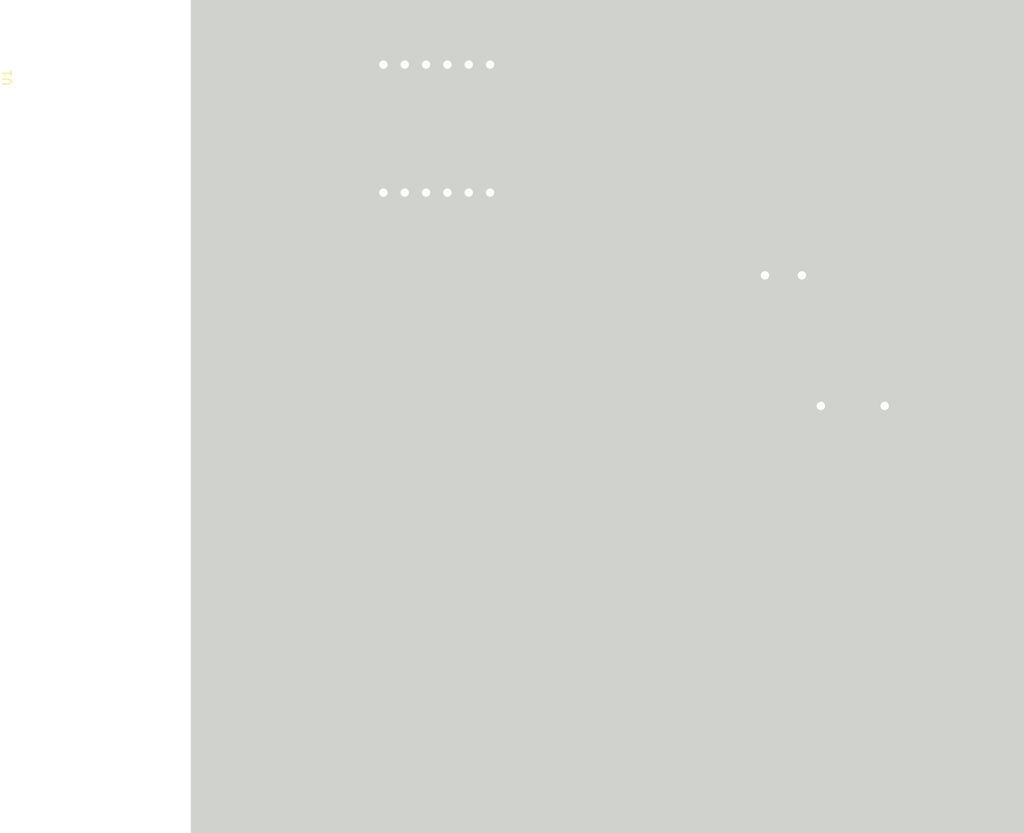
<source format=kicad_pcb>
(kicad_pcb (version 20221018) (generator pcbnew)
  (layers (0 "F.Cu" signal) (31 "B.Cu" signal) (34 "B.Paste" user) (35 "F.Paste" user) (36 "B.SilkS" user "B.Silkscreen") (37 "F.SilkS" user "F.Silkscreen") (38 "B.Mask" user) (39 "F.Mask" user) (44 "Edge.Cuts" user))
  (net 0 "")
  (net 1 "GND")
  (net 2 "Net-(D1-A)")
  (net 3 "Net-(D2-A)")
  (net 4 "Buzzer")
  (net 5 "Button_1")
  (net 6 "Button_2")
  (net 7 "RED_LED")
  (net 8 "GREEN_LED")
  (net 9 "a")
  (net 10 "Net-(U1-a)")
  (net 11 "b")
  (net 12 "Net-(U1-b)")
  (net 13 "c")
  (net 14 "Net-(U1-c)")
  (net 15 "d")
  (net 16 "Net-(U1-d)")
  (net 17 "e")
  (net 18 "Net-(U1-e)")
  (net 19 "f")
  (net 20 "Net-(U1-f)")
  (net 21 "g")
  (net 22 "Net-(U1-g)")
  (net 23 "dp")
  (net 24 "Net-(U1-DPX)")
  (net 27 "+5V")
  (net 28 "Dig4")
  (net 29 "Dig3")
  (net 30 "Dig2")
  (net 31 "Dig1")
  (net 33 "SH_CP")
  (net 34 "ST_CP")
  (net 35 "DS")
  (net 38 "XTAL1")
  (net 39 "Net-(D3-A)")
  (net 40 "Net-(J1-VBUS)")
  (net 45 "Reset")
  (footprint "Resistor_SMD:R_0805_2012Metric" (layer "F.Cu") (at 171.7625 110.04)
    (fp_text reference "R7" (at 0 -1.65) (layer "F.SilkS"))
    (fp_text value "100")
    (fp_line (start -0.227064 -0.735) (end 0.227064 -0.735) (stroke (width 0.12)) (layer "F.SilkS"))
    (fp_line (start -0.227064 0.735) (end 0.227064 0.735) (stroke (width 0.12)) (layer "F.SilkS"))
    (pad "1" smd roundrect (at -0.9125 0) (size 1.025 1.4) (layers "F.Cu" "F.Paste" "F.Mask") (roundrect_rratio 0.243902) (net 13 "c"))
    (pad "2" smd roundrect (at 0.9125 0) (size 1.025 1.4) (layers "F.Cu" "F.Paste" "F.Mask") (roundrect_rratio 0.243902) (net 14 "Net-(U1-c)"))
  )
  (footprint "LED_SMD:LED_0805_2012Metric" (layer "F.Cu") (at 217.5025 67.895)
    (fp_text reference "D3" (at -2.705 -3.27) (layer "F.SilkS"))
    (fp_text value "LED")
    (fp_line (start -1.685 -0.96) (end -1.685 0.96) (stroke (width 0.12)) (layer "F.SilkS"))
    (fp_line (start -1.685 0.96) (end 1 0.96) (stroke (width 0.12)) (layer "F.SilkS"))
    (fp_line (start 1 -0.96) (end -1.685 -0.96) (stroke (width 0.12)) (layer "F.SilkS"))
    (pad "1" smd roundrect (at -0.9375 0) (size 0.975 1.4) (layers "F.Cu" "F.Paste" "F.Mask") (net 1 "GND"))
    (pad "2" smd roundrect (at 0.9375 0) (size 0.975 1.4) (layers "F.Cu" "F.Paste" "F.Mask") (net 39 "Net-(D3-A)"))
  )
  (footprint "Capacitor_SMD:C_0603_1608Metric" (layer "F.Cu") (at 216.675 58.42)
    (fp_text reference "22pF1" (at 0 -1.43) (layer "F.SilkS"))
    (fp_text value "C_Small")
    (fp_line (start -0.14058 -0.51) (end 0.14058 -0.51) (stroke (width 0.12)) (layer "F.SilkS"))
    (fp_line (start -0.14058 0.51) (end 0.14058 0.51) (stroke (width 0.12)) (layer "F.SilkS"))
    (pad "1" smd roundrect (at -0.775 0) (size 0.9 0.95) (layers "F.Cu" "F.Paste" "F.Mask") (net 38 "XTAL1"))
    (pad "2" smd roundrect (at 0.775 0) (size 0.9 0.95) (layers "F.Cu" "F.Paste" "F.Mask") (net 1 "GND"))
  )
  (footprint "Resistor_SMD:R_0805_2012Metric" (layer "F.Cu") (at 176.1725 101.19)
    (fp_text reference "R9" (at 0 -1.65) (layer "F.SilkS"))
    (fp_text value "100")
    (fp_line (start -0.227064 -0.735) (end 0.227064 -0.735) (stroke (width 0.12)) (layer "F.SilkS"))
    (fp_line (start -0.227064 0.735) (end 0.227064 0.735) (stroke (width 0.12)) (layer "F.SilkS"))
    (pad "1" smd roundrect (at -0.9125 0) (size 1.025 1.4) (layers "F.Cu" "F.Paste" "F.Mask") (roundrect_rratio 0.243902) (net 17 "e"))
    (pad "2" smd roundrect (at 0.9125 0) (size 1.025 1.4) (layers "F.Cu" "F.Paste" "F.Mask") (roundrect_rratio 0.243902) (net 18 "Net-(U1-e)"))
  )
  (footprint "Display_7Segment:CA56-12EWA" (layer "F.Cu") (at 154.94 76.2 90)
    (fp_text reference "U1" (at 13.69 -44.8 90) (layer "F.SilkS"))
    (fp_text value "CA56-12EWA")
    (fp_line (start -2.38 -1) (end -2.38 1) (stroke (width 0.12)) (layer "F.SilkS"))
    (fp_line (start -2 -18.92) (end -2 31.62) (stroke (width 0.12)) (layer "F.SilkS"))
    (fp_line (start -2 -18.92) (end 17.24 -18.92) (stroke (width 0.12)) (layer "F.SilkS"))
    (fp_line (start -2 31.62) (end 17.24 31.62) (stroke (width 0.12)) (layer "F.SilkS"))
    (fp_line (start 17.24 31.62) (end 17.24 -18.92) (stroke (width 0.12)) (layer "F.SilkS"))
    (pad "1" thru_hole rect (at 0 0 90) (size 1.5 1.5) (drill 1) (layers "*.Cu" "*.Mask") (net 18 "Net-(U1-e)"))
    (pad "2" thru_hole circle (at 0 2.54 90) (size 1.5 1.5) (drill 1) (layers "*.Cu" "*.Mask") (net 16 "Net-(U1-d)"))
    (pad "3" thru_hole circle (at 0 5.08 90) (size 1.5 1.5) (drill 1) (layers "*.Cu" "*.Mask") (net 24 "Net-(U1-DPX)"))
    (pad "4" thru_hole circle (at 0 7.62 90) (size 1.5 1.5) (drill 1) (layers "*.Cu" "*.Mask") (net 14 "Net-(U1-c)"))
    (pad "5" thru_hole circle (at 0 10.16 90) (size 1.5 1.5) (drill 1) (layers "*.Cu" "*.Mask") (net 22 "Net-(U1-g)"))
    (pad "6" thru_hole circle (at 0 12.7 90) (size 1.5 1.5) (drill 1) (layers "*.Cu" "*.Mask") (net 28 "Dig4"))
    (pad "7" thru_hole circle (at 15.24 12.7 90) (size 1.5 1.5) (drill 1) (layers "*.Cu" "*.Mask") (net 12 "Net-(U1-b)"))
    (pad "8" thru_hole circle (at 15.24 10.16 90) (size 1.5 1.5) (drill 1) (layers "*.Cu" "*.Mask") (net 29 "Dig3"))
    (pad "9" thru_hole circle (at 15.24 7.62 90) (size 1.5 1.5) (drill 1) (layers "*.Cu" "*.Mask") (net 30 "Dig2"))
    (pad "10" thru_hole circle (at 15.24 5.08 90) (size 1.5 1.5) (drill 1) (layers "*.Cu" "*.Mask") (net 20 "Net-(U1-f)"))
    (pad "11" thru_hole circle (at 15.24 2.54 90) (size 1.5 1.5) (drill 1) (layers "*.Cu" "*.Mask") (net 10 "Net-(U1-a)"))
    (pad "12" thru_hole circle (at 15.24 0 90) (size 1.5 1.5) (drill 1) (layers "*.Cu" "*.Mask") (net 31 "Dig1"))
  )
  (footprint "Resistor_SMD:R_0603_1608Metric" (layer "F.Cu") (at 171.5625 112.77)
    (fp_text reference "R1" (at 0 -1.43) (layer "F.SilkS"))
    (fp_text value "10k")
    (fp_line (start -0.237258 -0.5225) (end 0.237258 -0.5225) (stroke (width 0.12)) (layer "F.SilkS"))
    (fp_line (start -0.237258 0.5225) (end 0.237258 0.5225) (stroke (width 0.12)) (layer "F.SilkS"))
    (pad "1" smd roundrect (at -0.825 0) (size 0.8 0.95) (layers "F.Cu" "F.Paste" "F.Mask") (net 5 "Button_1"))
    (pad "2" smd roundrect (at 0.825 0) (size 0.8 0.95) (layers "F.Cu" "F.Paste" "F.Mask") (net 1 "GND"))
  )
  (footprint "LED_SMD:LED_0805_2012Metric" (layer "F.Cu") (at 189.5625 102.1)
    (fp_text reference "D2" (at 0 -1.65) (layer "F.SilkS"))
    (fp_text value "LED")
    (fp_line (start -1.685 -0.96) (end -1.685 0.96) (stroke (width 0.12)) (layer "F.SilkS"))
    (fp_line (start -1.685 0.96) (end 1 0.96) (stroke (width 0.12)) (layer "F.SilkS"))
    (fp_line (start 1 -0.96) (end -1.685 -0.96) (stroke (width 0.12)) (layer "F.SilkS"))
    (pad "1" smd roundrect (at -0.9375 0) (size 0.975 1.4) (layers "F.Cu" "F.Paste" "F.Mask") (net 1 "GND"))
    (pad "2" smd roundrect (at 0.9375 0) (size 0.975 1.4) (layers "F.Cu" "F.Paste" "F.Mask") (net 3 "Net-(D2-A)"))
  )
  (footprint "Connector_USB:USB_Mini-B_Lumberg_2486_01_Horizontal" (layer "F.Cu") (at 202.57 86.05)
    (fp_text reference "J1" (at 0 -5) (layer "F.SilkS"))
    (fp_text value "USB_B_Mini")
    (fp_line (start -3.91 1.74) (end -3.91 -1.49) (stroke (width 0.12)) (layer "F.SilkS"))
    (fp_line (start -3.91 5.91) (end -3.91 3.96) (stroke (width 0.12)) (layer "F.SilkS"))
    (fp_line (start -3.19 -3.41) (end -2.11 -3.41) (stroke (width 0.12)) (layer "F.SilkS"))
    (fp_line (start -2.11 -3.41) (end -2.11 -3.84) (stroke (width 0.12)) (layer "F.SilkS"))
    (fp_line (start 2.11 -3.41) (end 3.19 -3.41) (stroke (width 0.12)) (layer "F.SilkS"))
    (fp_line (start 3.91 1.74) (end 3.91 -1.49) (stroke (width 0.12)) (layer "F.SilkS"))
    (fp_line (start 3.91 5.91) (end -3.91 5.91) (stroke (width 0.12)) (layer "F.SilkS"))
    (fp_line (start 3.91 5.91) (end 3.91 3.96) (stroke (width 0.12)) (layer "F.SilkS"))
    (pad "" np_thru_hole circle (at -2.2 0) (size 1 1) (drill 1) (layers "*.Cu" "*.Mask"))
    (pad "" np_thru_hole circle (at 2.2 0) (size 1 1) (drill 1) (layers "*.Cu" "*.Mask"))
    (pad "1" smd rect (at -1.6 -2.7) (size 0.5 2) (layers "F.Cu" "F.Paste" "F.Mask") (net 40 "Net-(J1-VBUS)"))
    (pad "2" smd rect (at -0.8 -2.7) (size 0.5 2) (layers "F.Cu" "F.Paste" "F.Mask"))
    (pad "3" smd rect (at 0 -2.7) (size 0.5 2) (layers "F.Cu" "F.Paste" "F.Mask"))
    (pad "4" smd rect (at 0.8 -2.7) (size 0.5 2) (layers "F.Cu" "F.Paste" "F.Mask"))
    (pad "5" smd rect (at 1.6 -2.7) (size 0.5 2) (layers "F.Cu" "F.Paste" "F.Mask") (net 1 "GND"))
    (pad "6" smd rect (at -4.45 -2.6) (size 2 1.7) (layers "F.Cu" "F.Paste" "F.Mask"))
    (pad "6" smd rect (at -4.45 2.85) (size 2 1.7) (layers "F.Cu" "F.Paste" "F.Mask"))
    (pad "6" smd rect (at 4.45 -2.6) (size 2 1.7) (layers "F.Cu" "F.Paste" "F.Mask"))
    (pad "6" smd rect (at 4.45 2.85) (size 2 1.7) (layers "F.Cu" "F.Paste" "F.Mask"))
  )
  (footprint "Package_SO:TSSOP-16-1EP_4.4x5mm_P0.65mm" (layer "F.Cu") (at 186.155 87.5575)
    (fp_text reference "U2" (at 0 -3.55) (layer "F.SilkS"))
    (fp_text value "74HC595")
    (fp_line (start -3.375 -2.825) (end 2.25 -2.825) (stroke (width 0.15)) (layer "F.SilkS"))
    (fp_line (start -2.25 2.725) (end 2.25 2.725) (stroke (width 0.15)) (layer "F.SilkS"))
    (pad "1" smd rect (at -2.775 -2.275) (size 1.05 0.45) (layers "F.Cu" "F.Paste" "F.Mask") (net 11 "b"))
    (pad "2" smd rect (at -2.775 -1.625) (size 1.05 0.45) (layers "F.Cu" "F.Paste" "F.Mask") (net 13 "c"))
    (pad "3" smd rect (at -2.775 -0.975) (size 1.05 0.45) (layers "F.Cu" "F.Paste" "F.Mask") (net 15 "d"))
    (pad "4" smd rect (at -2.775 -0.325) (size 1.05 0.45) (layers "F.Cu" "F.Paste" "F.Mask") (net 17 "e"))
    (pad "5" smd rect (at -2.775 0.325) (size 1.05 0.45) (layers "F.Cu" "F.Paste" "F.Mask") (net 19 "f"))
    (pad "6" smd rect (at -2.775 0.975) (size 1.05 0.45) (layers "F.Cu" "F.Paste" "F.Mask") (net 21 "g"))
    (pad "7" smd rect (at -2.775 1.625) (size 1.05 0.45) (layers "F.Cu" "F.Paste" "F.Mask") (net 23 "dp"))
    (pad "8" smd rect (at -2.775 2.275) (size 1.05 0.45) (layers "F.Cu" "F.Paste" "F.Mask") (net 1 "GND"))
    (pad "9" smd rect (at 2.775 2.275) (size 1.05 0.45) (layers "F.Cu" "F.Paste" "F.Mask"))
    (pad "10" smd rect (at 2.775 1.625) (size 1.05 0.45) (layers "F.Cu" "F.Paste" "F.Mask") (net 27 "+5V"))
    (pad "11" smd rect (at 2.775 0.975) (size 1.05 0.45) (layers "F.Cu" "F.Paste" "F.Mask") (net 33 "SH_CP"))
    (pad "12" smd rect (at 2.775 0.325) (size 1.05 0.45) (layers "F.Cu" "F.Paste" "F.Mask") (net 34 "ST_CP"))
    (pad "13" smd rect (at 2.775 -0.325) (size 1.05 0.45) (layers "F.Cu" "F.Paste" "F.Mask") (net 1 "GND"))
    (pad "14" smd rect (at 2.775 -0.975) (size 1.05 0.45) (layers "F.Cu" "F.Paste" "F.Mask") (net 35 "DS"))
    (pad "15" smd rect (at 2.775 -1.625) (size 1.05 0.45) (layers "F.Cu" "F.Paste" "F.Mask") (net 9 "a"))
    (pad "16" smd rect (at 2.775 -2.275) (size 1.05 0.45) (layers "F.Cu" "F.Paste" "F.Mask") (net 27 "+5V"))
    (pad "17" smd rect (at -0.735 -1.3425) (size 1.47 0.895) (layers "F.Cu" "F.Paste" "F.Mask"))
    (pad "17" smd rect (at -0.735 -0.4475) (size 1.47 0.895) (layers "F.Cu" "F.Paste" "F.Mask"))
    (pad "17" smd rect (at -0.735 0.4475) (size 1.47 0.895) (layers "F.Cu" "F.Paste" "F.Mask"))
    (pad "17" smd rect (at -0.735 1.3425) (size 1.47 0.895) (layers "F.Cu" "F.Paste" "F.Mask"))
    (pad "17" smd rect (at 0.735 -1.3425) (size 1.47 0.895) (layers "F.Cu" "F.Paste" "F.Mask"))
    (pad "17" smd rect (at 0.735 -0.4475) (size 1.47 0.895) (layers "F.Cu" "F.Paste" "F.Mask"))
    (pad "17" smd rect (at 0.735 0.4475) (size 1.47 0.895) (layers "F.Cu" "F.Paste" "F.Mask"))
    (pad "17" smd rect (at 0.735 1.3425) (size 1.47 0.895) (layers "F.Cu" "F.Paste" "F.Mask"))
  )
  (footprint "Resistor_SMD:R_0805_2012Metric" (layer "F.Cu") (at 171.7625 104.14)
    (fp_text reference "R5" (at 0 -0.735) (layer "F.SilkS"))
    (fp_text value "100")
    (fp_line (start -0.227064 -0.735) (end 0.227064 -0.735) (stroke (width 0.12)) (layer "F.SilkS"))
    (fp_line (start -0.227064 0.735) (end 0.227064 0.735) (stroke (width 0.12)) (layer "F.SilkS"))
    (pad "1" smd roundrect (at -0.9125 0) (size 1.025 1.4) (layers "F.Cu" "F.Paste" "F.Mask") (roundrect_rratio 0.243902) (net 9 "a"))
    (pad "2" smd roundrect (at 0.9125 0) (size 1.025 1.4) (layers "F.Cu" "F.Paste" "F.Mask") (roundrect_rratio 0.243902) (net 10 "Net-(U1-a)"))
  )
  (footprint "Resistor_SMD:R_0805_2012Metric" (layer "F.Cu") (at 216.8125 73.66)
    (fp_text reference "R14" (at 0 -1.65) (layer "F.SilkS"))
    (fp_text value "330")
    (fp_line (start -0.227064 -0.735) (end 0.227064 -0.735) (stroke (width 0.12)) (layer "F.SilkS"))
    (fp_line (start -0.227064 0.735) (end 0.227064 0.735) (stroke (width 0.12)) (layer "F.SilkS"))
    (pad "1" smd roundrect (at -0.9125 0) (size 1.025 1.4) (layers "F.Cu" "F.Paste" "F.Mask") (roundrect_rratio 0.243902) (net 27 "+5V"))
    (pad "2" smd roundrect (at 0.9125 0) (size 1.025 1.4) (layers "F.Cu" "F.Paste" "F.Mask") (roundrect_rratio 0.243902) (net 39 "Net-(D3-A)"))
  )
  (footprint "PTS125_SMD_Button:PTS125_SMD_Button" (layer "F.Cu") (at 144.78 114.16)
    (fp_text reference "S2" (at 0 0) (layer "F.SilkS") (effects (font (size 1.27 1.27) (thickness 0.254))))
    (fp_text value "PTS125SM43SMTR21M_LFS" hide)
    (fp_line (start -8.6 -2.6) (end -8.6 -2.6) (stroke (width 0.1)) (layer "F.SilkS"))
    (fp_line (start -8.6 -2.5) (end -8.6 -2.5) (stroke (width 0.1)) (layer "F.SilkS"))
    (fp_line (start -6 -6) (end 6 -6) (stroke (width 0.2)) (layer "F.SilkS"))
    (fp_line (start -6 -3.6) (end -6 -6) (stroke (width 0.2)) (layer "F.SilkS"))
    (fp_line (start -6 -3.6) (end -6 -3.6) (stroke (width 0.2)) (layer "F.SilkS"))
    (fp_line (start -6 -1.4) (end -6 1.4) (stroke (width 0.2)) (layer "F.SilkS"))
    (fp_line (start -6 3.6) (end -6 6) (stroke (width 0.2)) (layer "F.SilkS"))
    (fp_line (start -6 6) (end 6 6) (stroke (width 0.2)) (layer "F.SilkS"))
    (fp_line (start 6 -6) (end 6 -3.6) (stroke (width 0.2)) (layer "F.SilkS"))
    (fp_line (start 6 -1.4) (end 6 1.4) (stroke (width 0.2)) (layer "F.SilkS"))
    (fp_line (start 6 6) (end 6 3.6) (stroke (width 0.2)) (layer "F.SilkS"))
    (fp_arc (start -8.6 -2.6) (mid -8.55 -2.55) (end -8.6 -2.5) (stroke (width 0.1)) (layer "F.SilkS"))
    (fp_arc (start -8.6 -2.5) (mid -8.65 -2.55) (end -8.6 -2.6) (stroke (width 0.1)) (layer "F.SilkS"))
    (pad "A1" smd rect (at -7.15 -2.5 90) (size 1.5 2) (layers "F.Cu" "F.Paste" "F.Mask"))
    (pad "B1" smd rect (at 7.15 -2.5 90) (size 1.5 2) (layers "F.Cu" "F.Paste" "F.Mask"))
    (pad "C1" smd rect (at -7.15 2.5 90) (size 1.5 2) (layers "F.Cu" "F.Paste" "F.Mask") (net 27 "+5V"))
    (pad "D1" smd rect (at 7.15 2.5 90) (size 1.5 2) (layers "F.Cu" "F.Paste" "F.Mask") (net 6 "Button_2"))
  )
  (footprint "Resistor_SMD:R_0805_2012Metric" (layer "F.Cu") (at 176.1725 104.14)
    (fp_text reference "R10" (at 0.227064 -0.735) (layer "F.SilkS"))
    (fp_text value "100")
    (fp_line (start -0.227064 -0.735) (end 0.227064 -0.735) (stroke (width 0.12)) (layer "F.SilkS"))
    (fp_line (start -0.227064 0.735) (end 0.227064 0.735) (stroke (width 0.12)) (layer "F.SilkS"))
    (pad "1" smd roundrect (at -0.9125 0) (size 1.025 1.4) (layers "F.Cu" "F.Paste" "F.Mask") (roundrect_rratio 0.243902) (net 19 "f"))
    (pad "2" smd roundrect (at 0.9125 0) (size 1.025 1.4) (layers "F.Cu" "F.Paste" "F.Mask") (roundrect_rratio 0.243902) (net 20 "Net-(U1-f)"))
  )
  (footprint "Buzzer_Beeper:Buzzer_12x9.5RM7.6" (layer "F.Cu") (at 207.02 101.6)
    (fp_text reference "LS1" hide)
    (fp_text value "Speaker" hide)
    (fp_text user "+" (at -0.01 -2.54) (layer "F.SilkS"))
    (fp_circle (center 3.8 0) (end 9.9 0) (stroke (width 0.12)) (fill none) (layer "F.SilkS"))
    (pad "1" thru_hole rect (at 0 0) (size 2 2) (drill 1) (layers "*.Cu" "*.Mask") (net 4 "Buzzer"))
    (pad "2" thru_hole circle (at 7.6 0) (size 2 2) (drill 1) (layers "*.Cu" "*.Mask") (net 1 "GND"))
  )
  (footprint "Resistor_SMD:R_0805_2012Metric" (layer "F.Cu") (at 176.1725 98.24)
    (fp_text reference "R8" (at 0 -1.65) (layer "F.SilkS"))
    (fp_text value "100")
    (fp_line (start -0.227064 -0.735) (end 0.227064 -0.735) (stroke (width 0.12)) (layer "F.SilkS"))
    (fp_line (start -0.227064 0.735) (end 0.227064 0.735) (stroke (width 0.12)) (layer "F.SilkS"))
    (pad "1" smd roundrect (at -0.9125 0) (size 1.025 1.4) (layers "F.Cu" "F.Paste" "F.Mask") (roundrect_rratio 0.243902) (net 15 "d"))
    (pad "2" smd roundrect (at 0.9125 0) (size 1.025 1.4) (layers "F.Cu" "F.Paste" "F.Mask") (roundrect_rratio 0.243902) (net 16 "Net-(U1-d)"))
  )
  (footprint "PTS125_SMD_Button:PTS125_SMD_Button" (layer "F.Cu") (at 144.78 99.06)
    (fp_text reference "S1" (at 0 0) (layer "F.SilkS") (effects (font (size 1.27 1.27) (thickness 0.254))))
    (fp_text value "PTS125SM43SMTR21M_LFS" hide)
    (fp_line (start -8.6 -2.6) (end -8.6 -2.6) (stroke (width 0.1)) (layer "F.SilkS"))
    (fp_line (start -8.6 -2.5) (end -8.6 -2.5) (stroke (width 0.1)) (layer "F.SilkS"))
    (fp_line (start -6 -6) (end 6 -6) (stroke (width 0.2)) (layer "F.SilkS"))
    (fp_line (start -6 -3.6) (end -6 -6) (stroke (width 0.2)) (layer "F.SilkS"))
    (fp_line (start -6 -3.6) (end -6 -3.6) (stroke (width 0.2)) (layer "F.SilkS"))
    (fp_line (start -6 -1.4) (end -6 1.4) (stroke (width 0.2)) (layer "F.SilkS"))
    (fp_line (start -6 3.6) (end -6 6) (stroke (width 0.2)) (layer "F.SilkS"))
    (fp_line (start -6 6) (end 6 6) (stroke (width 0.2)) (layer "F.SilkS"))
    (fp_line (start 6 -6) (end 6 -3.6) (stroke (width 0.2)) (layer "F.SilkS"))
    (fp_line (start 6 -1.4) (end 6 1.4) (stroke (width 0.2)) (layer "F.SilkS"))
    (fp_line (start 6 6) (end 6 3.6) (stroke (width 0.2)) (layer "F.SilkS"))
    (fp_arc (start -8.6 -2.6) (mid -8.55 -2.55) (end -8.6 -2.5) (stroke (width 0.1)) (layer "F.SilkS"))
    (fp_arc (start -8.6 -2.5) (mid -8.65 -2.55) (end -8.6 -2.6) (stroke (width 0.1)) (layer "F.SilkS"))
    (pad "A1" smd rect (at -7.15 -2.5 90) (size 1.5 2) (layers "F.Cu" "F.Paste" "F.Mask"))
    (pad "B1" smd rect (at 7.15 -2.5 90) (size 1.5 2) (layers "F.Cu" "F.Paste" "F.Mask"))
    (pad "C1" smd rect (at -7.15 2.5 90) (size 1.5 2) (layers "F.Cu" "F.Paste" "F.Mask") (net 27 "+5V"))
    (pad "D1" smd rect (at 7.15 2.5 90) (size 1.5 2) (layers "F.Cu" "F.Paste" "F.Mask") (net 5 "Button_1"))
  )
  (footprint "Resistor_SMD:R_0805_2012Metric" (layer "F.Cu") (at 176.1725 107.09)
    (fp_text reference "R11" (at 0 -1.65) (layer "F.SilkS"))
    (fp_text value "100")
    (fp_line (start -0.227064 -0.735) (end 0.227064 -0.735) (stroke (width 0.12)) (layer "F.SilkS"))
    (fp_line (start -0.227064 0.735) (end 0.227064 0.735) (stroke (width 0.12)) (layer "F.SilkS"))
    (pad "1" smd roundrect (at -0.9125 0) (size 1.025 1.4) (layers "F.Cu" "F.Paste" "F.Mask") (roundrect_rratio 0.243902) (net 21 "g"))
    (pad "2" smd roundrect (at 0.9125 0) (size 1.025 1.4) (layers "F.Cu" "F.Paste" "F.Mask") (roundrect_rratio 0.243902) (net 22 "Net-(U1-g)"))
  )
  (footprint "Resistor_SMD:R_0805_2012Metric" (layer "F.Cu") (at 171.7625 98.24)
    (fp_text reference "R3" (at 0 -1.65) (layer "F.SilkS"))
    (fp_text value "330")
    (fp_line (start -0.227064 -0.735) (end 0.227064 -0.735) (stroke (width 0.12)) (layer "F.SilkS"))
    (fp_line (start -0.227064 0.735) (end 0.227064 0.735) (stroke (width 0.12)) (layer "F.SilkS"))
    (pad "1" smd roundrect (at -0.9125 0) (size 1.025 1.4) (layers "F.Cu" "F.Paste" "F.Mask") (roundrect_rratio 0.243902) (net 7 "RED_LED"))
    (pad "2" smd roundrect (at 0.9125 0) (size 1.025 1.4) (layers "F.Cu" "F.Paste" "F.Mask") (roundrect_rratio 0.243902) (net 2 "Net-(D1-A)"))
  )
  (footprint "Resistor_SMD:R_0805_2012Metric" (layer "F.Cu") (at 171.7625 101.19)
    (fp_text reference "R4" (at 0 -1.65) (layer "F.SilkS"))
    (fp_text value "330")
    (fp_line (start -0.227064 -0.735) (end 0.227064 -0.735) (stroke (width 0.12)) (layer "F.SilkS"))
    (fp_line (start -0.227064 0.735) (end 0.227064 0.735) (stroke (width 0.12)) (layer "F.SilkS"))
    (pad "1" smd roundrect (at -0.9125 0) (size 1.025 1.4) (layers "F.Cu" "F.Paste" "F.Mask") (roundrect_rratio 0.243902) (net 8 "GREEN_LED"))
    (pad "2" smd roundrect (at 0.9125 0) (size 1.025 1.4) (layers "F.Cu" "F.Paste" "F.Mask") (roundrect_rratio 0.243902) (net 3 "Net-(D2-A)"))
  )
  (footprint "Fuse:Fuse_1812_4532Metric" (layer "F.Cu") (at 219.4 78.28)
    (fp_text reference "F1" (at 0 -2.65) (layer "F.SilkS"))
    (fp_text value "Polyfuse")
    (fp_line (start -1.386252 -1.71) (end 1.386252 -1.71) (stroke (width 0.12)) (layer "F.SilkS"))
    (fp_line (start -1.386252 1.71) (end 1.386252 1.71) (stroke (width 0.12)) (layer "F.SilkS"))
    (pad "1" smd roundrect (at -2.1375 0) (size 1.125 3.4) (layers "F.Cu" "F.Paste" "F.Mask") (roundrect_rratio 0.222222) (net 40 "Net-(J1-VBUS)"))
    (pad "2" smd roundrect (at 2.1375 0) (size 1.125 3.4) (layers "F.Cu" "F.Paste" "F.Mask") (roundrect_rratio 0.222222) (net 27 "+5V"))
  )
  (footprint "Crystal:Crystal_SMD_Abracon_ABM8AIG-4Pin_3.2x2.5mm" (layer "F.Cu") (at 223.52 88.9)
    (fp_text reference "Y1" (at 0 -2.45) (layer "F.SilkS"))
    (fp_text value "Crystal_GND24")
    (fp_line (start -2 -1.65) (end -2 1.65) (stroke (width 0.12)) (layer "F.SilkS"))
    (fp_line (start -2 1.65) (end 2 1.65) (stroke (width 0.12)) (layer "F.SilkS"))
    (pad "1" smd rect (at -1.1 0.8) (size 1.4 1.2) (layers "F.Cu" "F.Paste" "F.Mask"))
    (pad "2" smd rect (at 1.1 0.8) (size 1.4 1.2) (layers "F.Cu" "F.Paste" "F.Mask"))
    (pad "3" smd rect (at 1.1 -0.8) (size 1.4 1.2) (layers "F.Cu" "F.Paste" "F.Mask") (net 38 "XTAL1"))
    (pad "4" smd rect (at -1.1 -0.8) (size 1.4 1.2) (layers "F.Cu" "F.Paste" "F.Mask") (net 1 "GND"))
  )
  (footprint "Resistor_SMD:R_0805_2012Metric" (layer "F.Cu") (at 160.02 86.36)
    (fp_text reference "R12" (at 0 -1.65) (layer "F.SilkS"))
    (fp_text value "100")
    (fp_line (start -0.227064 -0.735) (end 0.227064 -0.735) (stroke (width 0.12)) (layer "F.SilkS"))
    (fp_line (start -0.227064 0.735) (end 0.227064 0.735) (stroke (width 0.12)) (layer "F.SilkS"))
    (pad "1" smd roundrect (at -0.9125 0) (size 1.025 1.4) (layers "F.Cu" "F.Paste" "F.Mask") (roundrect_rratio 0.243902) (net 23 "dp"))
    (pad "2" smd roundrect (at 0.9125 0) (size 1.025 1.4) (layers "F.Cu" "F.Paste" "F.Mask") (roundrect_rratio 0.243902) (net 24 "Net-(U1-DPX)"))
  )
  (footprint "Resistor_SMD:R_0603_1608Metric" (layer "F.Cu") (at 171.5625 115.28)
    (fp_text reference "R2" (at 0 -1.43) (layer "F.SilkS"))
    (fp_text value "10k")
    (fp_line (start -0.237258 -0.5225) (end 0.237258 -0.5225) (stroke (width 0.12)) (layer "F.SilkS"))
    (fp_line (start -0.237258 0.5225) (end 0.237258 0.5225) (stroke (width 0.12)) (layer "F.SilkS"))
    (pad "1" smd roundrect (at -0.825 0) (size 0.8 0.95) (layers "F.Cu" "F.Paste" "F.Mask") (net 6 "Button_2"))
    (pad "2" smd roundrect (at 0.825 0) (size 0.8 0.95) (layers "F.Cu" "F.Paste" "F.Mask") (net 1 "GND"))
  )
  (footprint "Package_QFP:TQFP-44_10x10mm_P0.8mm" (layer "F.Cu") (at 203.2 66.04)
    (fp_text reference "U3" (at 0 -7.45) (layer "F.SilkS"))
    (fp_text value "ATmega32U4-A")
    (fp_line (start -5.175 -5.175) (end -5.175 -4.6) (stroke (width 0.15)) (layer "F.SilkS"))
    (fp_line (start -5.175 -5.175) (end -4.5 -5.175) (stroke (width 0.15)) (layer "F.SilkS"))
    (fp_line (start -5.175 -4.6) (end -6.45 -4.6) (stroke (width 0.15)) (layer "F.SilkS"))
    (fp_line (start -5.175 5.175) (end -5.175 4.5) (stroke (width 0.15)) (layer "F.SilkS"))
    (fp_line (start -5.175 5.175) (end -4.5 5.175) (stroke (width 0.15)) (layer "F.SilkS"))
    (fp_line (start 5.175 -5.175) (end 4.5 -5.175) (stroke (width 0.15)) (layer "F.SilkS"))
    (fp_line (start 5.175 -5.175) (end 5.175 -4.5) (stroke (width 0.15)) (layer "F.SilkS"))
    (fp_line (start 5.175 5.175) (end 4.5 5.175) (stroke (width 0.15)) (layer "F.SilkS"))
    (fp_line (start 5.175 5.175) (end 5.175 4.5) (stroke (width 0.15)) (layer "F.SilkS"))
    (pad "1" smd rect (at -5.7 -4) (size 1.5 0.55) (layers "F.Cu" "F.Paste" "F.Mask"))
    (pad "2" smd rect (at -5.7 -3.2) (size 1.5 0.55) (layers "F.Cu" "F.Paste" "F.Mask") (net 27 "+5V"))
    (pad "3" smd rect (at -5.7 -2.4) (size 1.5 0.55) (layers "F.Cu" "F.Paste" "F.Mask"))
    (pad "4" smd rect (at -5.7 -1.6) (size 1.5 0.55) (layers "F.Cu" "F.Paste" "F.Mask"))
    (pad "5" smd rect (at -5.7 -0.8) (size 1.5 0.55) (layers "F.Cu" "F.Paste" "F.Mask") (net 1 "GND"))
    (pad "6" smd rect (at -5.7 0) (size 1.5 0.55) (layers "F.Cu" "F.Paste" "F.Mask"))
    (pad "7" smd rect (at -5.7 0.8) (size 1.5 0.55) (layers "F.Cu" "F.Paste" "F.Mask"))
    (pad "8" smd rect (at -5.7 1.6) (size 1.5 0.55) (layers "F.Cu" "F.Paste" "F.Mask"))
    (pad "9" smd rect (at -5.7 2.4) (size 1.5 0.55) (layers "F.Cu" "F.Paste" "F.Mask"))
    (pad "10" smd rect (at -5.7 3.2) (size 1.5 0.55) (layers "F.Cu" "F.Paste" "F.Mask"))
    (pad "11" smd rect (at -5.7 4) (size 1.5 0.55) (layers "F.Cu" "F.Paste" "F.Mask"))
    (pad "12" smd rect (at -4 5.7 90) (size 1.5 0.55) (layers "F.Cu" "F.Paste" "F.Mask"))
    (pad "13" smd rect (at -3.2 5.7 90) (size 1.5 0.55) (layers "F.Cu" "F.Paste" "F.Mask") (net 45 "Reset"))
    (pad "14" smd rect (at -2.4 5.7 90) (size 1.5 0.55) (layers "F.Cu" "F.Paste" "F.Mask") (net 27 "+5V"))
    (pad "15" smd rect (at -1.6 5.7 90) (size 1.5 0.55) (layers "F.Cu" "F.Paste" "F.Mask") (net 1 "GND"))
    (pad "16" smd rect (at -0.8 5.7 90) (size 1.5 0.55) (layers "F.Cu" "F.Paste" "F.Mask"))
    (pad "17" smd rect (at 0 5.7 90) (size 1.5 0.55) (layers "F.Cu" "F.Paste" "F.Mask"))
    (pad "18" smd rect (at 0.8 5.7 90) (size 1.5 0.55) (layers "F.Cu" "F.Paste" "F.Mask"))
    (pad "19" smd rect (at 1.6 5.7 90) (size 1.5 0.55) (layers "F.Cu" "F.Paste" "F.Mask"))
    (pad "20" smd rect (at 2.4 5.7 90) (size 1.5 0.55) (layers "F.Cu" "F.Paste" "F.Mask"))
    (pad "21" smd rect (at 3.2 5.7 90) (size 1.5 0.55) (layers "F.Cu" "F.Paste" "F.Mask"))
    (pad "22" smd rect (at 4 5.7 90) (size 1.5 0.55) (layers "F.Cu" "F.Paste" "F.Mask"))
    (pad "23" smd rect (at 5.7 4) (size 1.5 0.55) (layers "F.Cu" "F.Paste" "F.Mask") (net 1 "GND"))
    (pad "24" smd rect (at 5.7 3.2) (size 1.5 0.55) (layers "F.Cu" "F.Paste" "F.Mask") (net 27 "+5V"))
    (pad "25" smd rect (at 5.7 2.4) (size 1.5 0.55) (layers "F.Cu" "F.Paste" "F.Mask"))
    (pad "26" smd rect (at 5.7 1.6) (size 1.5 0.55) (layers "F.Cu" "F.Paste" "F.Mask"))
    (pad "27" smd rect (at 5.7 0.8) (size 1.5 0.55) (layers "F.Cu" "F.Paste" "F.Mask"))
    (pad "28" smd rect (at 5.7 0) (size 1.5 0.55) (layers "F.Cu" "F.Paste" "F.Mask"))
    (pad "29" smd rect (at 5.7 -0.8) (size 1.5 0.55) (layers "F.Cu" "F.Paste" "F.Mask"))
    (pad "30" smd rect (at 5.7 -1.6) (size 1.5 0.55) (layers "F.Cu" "F.Paste" "F.Mask"))
    (pad "31" smd rect (at 5.7 -2.4) (size 1.5 0.55) (layers "F.Cu" "F.Paste" "F.Mask"))
    (pad "32" smd rect (at 5.7 -3.2) (size 1.5 0.55) (layers "F.Cu" "F.Paste" "F.Mask"))
    (pad "33" smd rect (at 5.7 -4) (size 1.5 0.55) (layers "F.Cu" "F.Paste" "F.Mask"))
    (pad "34" smd rect (at 4 -5.7 90) (size 1.5 0.55) (layers "F.Cu" "F.Paste" "F.Mask") (net 27 "+5V"))
    (pad "35" smd rect (at 3.2 -5.7 90) (size 1.5 0.55) (layers "F.Cu" "F.Paste" "F.Mask") (net 1 "GND"))
    (pad "36" smd rect (at 2.4 -5.7 90) (size 1.5 0.55) (layers "F.Cu" "F.Paste" "F.Mask"))
    (pad "37" smd rect (at 1.6 -5.7 90) (size 1.5 0.55) (layers "F.Cu" "F.Paste" "F.Mask"))
    (pad "38" smd rect (at 0.8 -5.7 90) (size 1.5 0.55) (layers "F.Cu" "F.Paste" "F.Mask"))
    (pad "39" smd rect (at 0 -5.7 90) (size 1.5 0.55) (layers "F.Cu" "F.Paste" "F.Mask"))
    (pad "40" smd rect (at -0.8 -5.7 90) (size 1.5 0.55) (layers "F.Cu" "F.Paste" "F.Mask"))
    (pad "41" smd rect (at -1.6 -5.7 90) (size 1.5 0.55) (layers "F.Cu" "F.Paste" "F.Mask"))
    (pad "42" smd rect (at -2.4 -5.7 90) (size 1.5 0.55) (layers "F.Cu" "F.Paste" "F.Mask"))
    (pad "43" smd rect (at -3.2 -5.7 90) (size 1.5 0.55) (layers "F.Cu" "F.Paste" "F.Mask") (net 1 "GND"))
    (pad "44" smd rect (at -4 -5.7 90) (size 1.5 0.55) (layers "F.Cu" "F.Paste" "F.Mask") (net 27 "+5V"))
  )
  (footprint "Resistor_SMD:R_0805_2012Metric" (layer "F.Cu") (at 171.7625 107.09)
    (fp_text reference "R6" (at 0 -1.65) (layer "F.SilkS"))
    (fp_text value "100")
    (fp_line (start -0.227064 -0.735) (end 0.227064 -0.735) (stroke (width 0.12)) (layer "F.SilkS"))
    (fp_line (start -0.227064 0.735) (end 0.227064 0.735) (stroke (width 0.12)) (layer "F.SilkS"))
    (pad "1" smd roundrect (at -0.9125 0) (size 1.025 1.4) (layers "F.Cu" "F.Paste" "F.Mask") (roundrect_rratio 0.243902) (net 11 "b"))
    (pad "2" smd roundrect (at 0.9125 0) (size 1.025 1.4) (layers "F.Cu" "F.Paste" "F.Mask") (roundrect_rratio 0.243902) (net 12 "Net-(U1-b)"))
  )
  (footprint "LED_SMD:LED_0805_2012Metric" (layer "F.Cu") (at 189.5625 99.06)
    (fp_text reference "D1" (at 0 -1.65) (layer "F.SilkS"))
    (fp_text value "LED")
    (fp_line (start -1.685 -0.96) (end -1.685 0.96) (stroke (width 0.12)) (layer "F.SilkS"))
    (fp_line (start -1.685 0.96) (end 1 0.96) (stroke (width 0.12)) (layer "F.SilkS"))
    (fp_line (start 1 -0.96) (end -1.685 -0.96) (stroke (width 0.12)) (layer "F.SilkS"))
    (pad "1" smd roundrect (at -0.9375 0) (size 0.975 1.4) (layers "F.Cu" "F.Paste" "F.Mask") (net 1 "GND"))
    (pad "2" smd roundrect (at 0.9375 0) (size 0.975 1.4) (layers "F.Cu" "F.Paste" "F.Mask") (net 2 "Net-(D1-A)"))
  )
  (footprint "Resistor_SMD:R_0603_1608Metric" (layer "F.Cu") (at 216.725 63.5)
    (fp_text reference "R13" (at 0 -1.43) (layer "F.SilkS"))
    (fp_text value "10k")
    (fp_line (start -0.237258 -0.5225) (end 0.237258 -0.5225) (stroke (width 0.12)) (layer "F.SilkS"))
    (fp_line (start -0.237258 0.5225) (end 0.237258 0.5225) (stroke (width 0.12)) (layer "F.SilkS"))
    (pad "1" smd roundrect (at -0.825 0) (size 0.8 0.95) (layers "F.Cu" "F.Paste" "F.Mask") (net 45 "Reset"))
    (pad "2" smd roundrect (at 0.825 0) (size 0.8 0.95) (layers "F.Cu" "F.Paste" "F.Mask") (net 27 "+5V"))
  )
  (gr_rect (start 132.08 53.34) (end 231.14 152.4) (stroke (width 0.15)) (fill none) (layer "Edge.Cuts"))
  (zone (net 0) (net_name "") (layer "Edge.Cuts") (connect_pads (clearance 0.508)) (min_thickness 0.25) (fill yes (thermal_gap 0.5) (thermal_bridge_width 0.5))
    (polygon (pts (xy 132.08 152.4) (xy 132.08 53.34) (xy 231.14 53.34) (xy 231.14 152.4)))
  )
)
</source>
